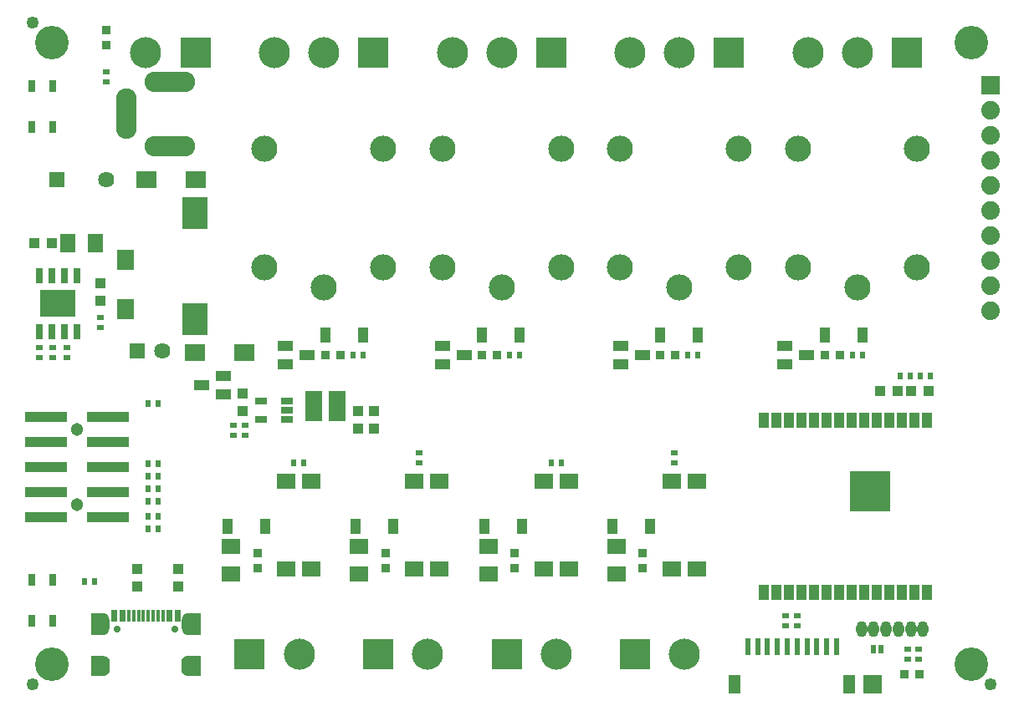
<source format=gbr>
G04 #@! TF.GenerationSoftware,KiCad,Pcbnew,5.1.0-rc2-unknown-036be7d~80~ubuntu16.04.1*
G04 #@! TF.CreationDate,2023-03-31T11:14:17+03:00*
G04 #@! TF.ProjectId,ESP32-C6-EVB_Rev_A,45535033-322d-4433-962d-4556425f5265,A*
G04 #@! TF.SameCoordinates,Original*
G04 #@! TF.FileFunction,Soldermask,Top*
G04 #@! TF.FilePolarity,Negative*
%FSLAX46Y46*%
G04 Gerber Fmt 4.6, Leading zero omitted, Abs format (unit mm)*
G04 Created by KiCad (PCBNEW 5.1.0-rc2-unknown-036be7d~80~ubuntu16.04.1) date 2023-03-31 11:14:17*
%MOMM*%
%LPD*%
G04 APERTURE LIST*
%ADD10R,1.001600X1.601600*%
%ADD11R,4.101600X4.101600*%
%ADD12C,1.901600*%
%ADD13C,2.641600*%
%ADD14R,3.149600X3.149600*%
%ADD15C,3.149600*%
%ADD16O,2.101600X5.101600*%
%ADD17O,5.101600X2.101600*%
%ADD18R,1.301600X1.901600*%
%ADD19R,0.601600X1.651600*%
%ADD20O,1.101600X1.601600*%
%ADD21R,0.601600X0.651600*%
%ADD22R,1.879600X1.625600*%
%ADD23R,1.117600X1.117600*%
%ADD24R,1.879600X1.879600*%
%ADD25C,1.625600*%
%ADD26R,1.625600X1.625600*%
%ADD27R,0.609600X0.863600*%
%ADD28R,0.751600X1.151600*%
%ADD29R,0.651600X0.601600*%
%ADD30R,2.101600X1.801600*%
%ADD31R,1.101600X1.501600*%
%ADD32R,1.801600X2.101600*%
%ADD33C,1.879600*%
%ADD34R,1.501600X1.101600*%
%ADD35C,1.254000*%
%ADD36R,2.601600X3.301600*%
%ADD37R,1.701600X3.101600*%
%ADD38R,0.901600X0.901600*%
%ADD39C,3.401601*%
%ADD40R,1.625600X1.879600*%
%ADD41R,3.601600X2.701600*%
%ADD42R,0.701600X1.501600*%
%ADD43R,1.301600X0.651600*%
%ADD44C,1.301600*%
%ADD45R,4.351600X1.101600*%
%ADD46R,0.401600X1.251600*%
%ADD47O,1.301600X2.301600*%
%ADD48C,0.701600*%
%ADD49O,1.401600X2.101600*%
%ADD50R,0.351600X1.251600*%
%ADD51R,1.201600X2.301600*%
%ADD52R,1.201600X2.101600*%
G04 APERTURE END LIST*
D10*
X182010000Y-96750000D03*
X180740000Y-96750000D03*
X179470000Y-96750000D03*
X178200000Y-96750000D03*
X176930000Y-96750000D03*
X175660000Y-96750000D03*
X174390000Y-96750000D03*
X173120000Y-96750000D03*
X171850000Y-96750000D03*
X170580000Y-96750000D03*
X169310000Y-96750000D03*
X168040000Y-96750000D03*
X166770000Y-96750000D03*
X165500000Y-96750000D03*
X165500000Y-114250000D03*
X166770000Y-114250000D03*
X168040000Y-114250000D03*
X169310000Y-114250000D03*
X170580000Y-114250000D03*
X171850000Y-114250000D03*
X173120000Y-114250000D03*
X174390000Y-114250000D03*
X175660000Y-114250000D03*
X176930000Y-114250000D03*
X178200000Y-114250000D03*
X179470000Y-114250000D03*
X180740000Y-114250000D03*
X182010000Y-114250000D03*
D11*
X176290000Y-104000000D03*
D12*
X176290000Y-104000000D03*
D13*
X121000000Y-83300000D03*
X127000000Y-69300000D03*
X115000000Y-69300000D03*
X115000000Y-81300000D03*
X127000000Y-81300000D03*
X139000000Y-83300000D03*
X145000000Y-69300000D03*
X133000000Y-69300000D03*
X133000000Y-81300000D03*
X145000000Y-81300000D03*
X157000000Y-83300000D03*
X163000000Y-69300000D03*
X151000000Y-69300000D03*
X151000000Y-81300000D03*
X163000000Y-81300000D03*
X175000000Y-83300000D03*
X181000000Y-69300000D03*
X169000000Y-69300000D03*
X169000000Y-81300000D03*
X181000000Y-81300000D03*
D14*
X108000000Y-59500000D03*
D15*
X103000000Y-59500000D03*
D16*
X100975000Y-65700000D03*
D17*
X105425000Y-62500000D03*
X105425000Y-69000000D03*
D18*
X174200000Y-123575000D03*
X162600000Y-123575000D03*
D19*
X172900000Y-119700000D03*
X171900000Y-119700000D03*
X170900000Y-119700000D03*
X169900000Y-119700000D03*
X168900000Y-119700000D03*
X167900000Y-119700000D03*
X166900000Y-119700000D03*
X165900000Y-119700000D03*
X164900000Y-119700000D03*
X163900000Y-119700000D03*
D20*
X175407000Y-117983000D03*
X176657000Y-117983000D03*
X177907000Y-117983000D03*
X179157000Y-117983000D03*
X180407000Y-117983000D03*
X181657000Y-117983000D03*
D21*
X144018000Y-101092000D03*
X145034000Y-101092000D03*
D22*
X117221000Y-111887000D03*
X119761000Y-111887000D03*
X119761000Y-102997000D03*
X117221000Y-102997000D03*
D23*
X126111000Y-95885000D03*
X126111000Y-97663000D03*
X124460000Y-97663000D03*
X124460000Y-95885000D03*
D24*
X176530000Y-123571000D03*
D25*
X99020000Y-72390000D03*
D26*
X94020000Y-72390000D03*
D27*
X176657000Y-120015000D03*
X177419000Y-120015000D03*
D28*
X93575000Y-112925000D03*
X93575000Y-117075000D03*
X91425000Y-112925000D03*
X91425000Y-117075000D03*
D23*
X91694000Y-78867000D03*
X93472000Y-78867000D03*
X112776000Y-94107000D03*
X112776000Y-95885000D03*
X98425000Y-84709000D03*
X98425000Y-82931000D03*
D29*
X93599000Y-90424000D03*
X93599000Y-89408000D03*
D25*
X104628000Y-89789000D03*
D26*
X102128000Y-89789000D03*
D23*
X180467000Y-93853000D03*
X182245000Y-93853000D03*
D21*
X181356000Y-92329000D03*
X182372000Y-92329000D03*
D23*
X179070000Y-93853000D03*
X177292000Y-93853000D03*
D15*
X121000000Y-59500000D03*
D14*
X126000000Y-59500000D03*
D15*
X116000000Y-59500000D03*
X139000000Y-59500000D03*
D14*
X144000000Y-59500000D03*
D15*
X134000000Y-59500000D03*
X152000000Y-59500000D03*
D14*
X162000000Y-59500000D03*
D15*
X157000000Y-59500000D03*
X170000000Y-59500000D03*
D14*
X180000000Y-59500000D03*
D15*
X175000000Y-59500000D03*
D30*
X108037000Y-72390000D03*
X103037000Y-72390000D03*
D31*
X111257000Y-107569000D03*
X115057000Y-107569000D03*
X124211000Y-107569000D03*
X128011000Y-107569000D03*
X141092000Y-107569000D03*
X137292000Y-107569000D03*
X150246000Y-107569000D03*
X154046000Y-107569000D03*
D32*
X100965000Y-85558000D03*
X100965000Y-80558000D03*
D30*
X112990000Y-89916000D03*
X107990000Y-89916000D03*
D31*
X121163000Y-88138000D03*
X124963000Y-88138000D03*
X137038000Y-88138000D03*
X140838000Y-88138000D03*
X158872000Y-88138000D03*
X155072000Y-88138000D03*
X171709000Y-88138000D03*
X175509000Y-88138000D03*
D33*
X188500000Y-85680000D03*
X188500000Y-83140000D03*
X188500000Y-78060000D03*
X188500000Y-80600000D03*
X188500000Y-75520000D03*
X188500000Y-72980000D03*
D24*
X188500000Y-62820000D03*
D33*
X188500000Y-65360000D03*
X188500000Y-67900000D03*
X188500000Y-70440000D03*
D34*
X110835440Y-94167960D03*
X110835440Y-92265500D03*
X108625640Y-93220540D03*
D35*
X91500000Y-123500000D03*
X91500000Y-56500000D03*
X188500000Y-123500000D03*
D15*
X118500000Y-120500000D03*
D14*
X113500000Y-120500000D03*
X126500000Y-120500000D03*
D15*
X131500000Y-120500000D03*
D14*
X139500000Y-120500000D03*
D15*
X144500000Y-120500000D03*
X157500000Y-120500000D03*
D14*
X152500000Y-120500000D03*
D36*
X107950000Y-75803000D03*
X107950000Y-86503000D03*
D37*
X122358000Y-95377000D03*
X119958000Y-95377000D03*
D38*
X114300000Y-111760000D03*
X114300000Y-110236000D03*
X127254000Y-111760000D03*
X127254000Y-110236000D03*
X140335000Y-110236000D03*
X140335000Y-111760000D03*
X153289000Y-111760000D03*
X153289000Y-110236000D03*
X121158000Y-90170000D03*
X122682000Y-90170000D03*
X138557000Y-90170000D03*
X137033000Y-90170000D03*
X156591000Y-90170000D03*
X155067000Y-90170000D03*
X173228000Y-90170000D03*
X171704000Y-90170000D03*
D39*
X93500000Y-121500000D03*
X93500000Y-58500000D03*
X186500000Y-58500000D03*
X186500000Y-121500000D03*
D22*
X130175000Y-102997000D03*
X132715000Y-102997000D03*
X132715000Y-111887000D03*
X130175000Y-111887000D03*
X143256000Y-111887000D03*
X145796000Y-111887000D03*
X145796000Y-102997000D03*
X143256000Y-102997000D03*
X156210000Y-102997000D03*
X158750000Y-102997000D03*
X158750000Y-111887000D03*
X156210000Y-111887000D03*
D38*
X99000000Y-58762000D03*
X99000000Y-57238000D03*
D23*
X106299000Y-111887000D03*
X106299000Y-113665000D03*
X102108000Y-111887000D03*
X102108000Y-113665000D03*
D29*
X99000000Y-61492000D03*
X99000000Y-62508000D03*
D40*
X97917000Y-78867000D03*
X95123000Y-78867000D03*
D22*
X111633000Y-109601000D03*
X111633000Y-112395000D03*
X124587000Y-112395000D03*
X124587000Y-109601000D03*
X137668000Y-109601000D03*
X137668000Y-112395000D03*
X150622000Y-112395000D03*
X150622000Y-109601000D03*
D21*
X104267000Y-107823000D03*
X103251000Y-107823000D03*
X103251000Y-103759000D03*
X104267000Y-103759000D03*
X104267000Y-101219000D03*
X103251000Y-101219000D03*
D29*
X98425000Y-86360000D03*
X98425000Y-87376000D03*
X92202000Y-89408000D03*
X92202000Y-90424000D03*
D21*
X104267000Y-95123000D03*
X103251000Y-95123000D03*
X103251000Y-102489000D03*
X104267000Y-102489000D03*
X103251000Y-105029000D03*
X104267000Y-105029000D03*
D29*
X94996000Y-90424000D03*
X94996000Y-89408000D03*
D21*
X104267000Y-106553000D03*
X103251000Y-106553000D03*
D29*
X111887000Y-97282000D03*
X111887000Y-98298000D03*
X113030000Y-97282000D03*
X113030000Y-98298000D03*
D21*
X117983000Y-101092000D03*
X118999000Y-101092000D03*
D29*
X130683000Y-100076000D03*
X130683000Y-101092000D03*
X156464000Y-100076000D03*
X156464000Y-101092000D03*
D21*
X180340000Y-92329000D03*
X179324000Y-92329000D03*
D29*
X180086000Y-121031000D03*
X180086000Y-120015000D03*
X181229000Y-121031000D03*
X181229000Y-120015000D03*
D21*
X123952000Y-90170000D03*
X124968000Y-90170000D03*
X139827000Y-90170000D03*
X140843000Y-90170000D03*
X157861000Y-90170000D03*
X158877000Y-90170000D03*
X175514000Y-90170000D03*
X174498000Y-90170000D03*
X96774000Y-113157000D03*
X97790000Y-113157000D03*
D28*
X93575000Y-62925000D03*
X93575000Y-67075000D03*
X91425000Y-62925000D03*
X91425000Y-67075000D03*
D34*
X117129560Y-89220040D03*
X117129560Y-91122500D03*
X119339360Y-90167460D03*
X133004560Y-89220040D03*
X133004560Y-91122500D03*
X135214360Y-90167460D03*
X153248360Y-90167460D03*
X151038560Y-91122500D03*
X151038560Y-89220040D03*
X169885360Y-90167460D03*
X167675560Y-91122500D03*
X167675560Y-89220040D03*
D41*
X94107000Y-84963000D03*
D42*
X96012000Y-87763000D03*
X94742000Y-87763000D03*
X93472000Y-87763000D03*
X92202000Y-87763000D03*
X92202000Y-82163000D03*
X93472000Y-82163000D03*
X94742000Y-82163000D03*
X96012000Y-82163000D03*
D12*
X94107000Y-84963000D03*
D43*
X117251000Y-96708000D03*
X117251000Y-95758000D03*
X117251000Y-94808000D03*
X114651000Y-96708000D03*
X114651000Y-94808000D03*
D44*
X96000000Y-105310000D03*
D45*
X92875000Y-96420000D03*
X99125000Y-96420000D03*
X92875000Y-98960000D03*
X99125000Y-98960000D03*
X92875000Y-101500000D03*
X99125000Y-101500000D03*
X92875000Y-104040000D03*
X99125000Y-104040000D03*
X92875000Y-106580000D03*
X99125000Y-106580000D03*
D44*
X96000000Y-97690000D03*
D46*
X106325000Y-116568000D03*
X99675000Y-116568000D03*
X106075000Y-116568000D03*
X99925000Y-116568000D03*
X105525000Y-116568000D03*
X100475000Y-116568000D03*
X105275000Y-116568000D03*
X100725000Y-116568000D03*
D47*
X98680000Y-117470000D03*
D48*
X100110000Y-117970000D03*
D49*
X98680000Y-121650000D03*
X107320000Y-121650000D03*
D47*
X107320000Y-117470000D03*
D50*
X102750000Y-116568000D03*
X103750000Y-116568000D03*
X104250000Y-116568000D03*
X103250000Y-116568000D03*
X104750000Y-116568000D03*
X102250000Y-116568000D03*
X101750000Y-116568000D03*
X101250000Y-116568000D03*
D48*
X105890000Y-117970000D03*
D51*
X98072400Y-117470000D03*
D52*
X98072400Y-121650000D03*
D51*
X107927600Y-117470000D03*
D52*
X107927600Y-121650000D03*
D38*
X179738000Y-122500000D03*
X181262000Y-122500000D03*
D29*
X167767000Y-116586000D03*
X167767000Y-117602000D03*
X168910000Y-117602000D03*
X168910000Y-116586000D03*
M02*

</source>
